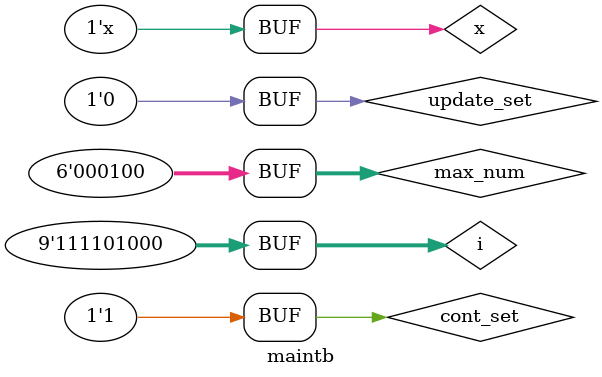
<source format=v>
`timescale 1ns / 1ps

module maintb();
reg [8:0]i;
reg x,cont_set,update_set;
reg [5:0] max_num;       
main main_test(.clk(x), .cont_set(cont_set),.update_set(update_set),.max_num( max_num));

initial begin
    max_num<=6'b000011;
    x<=0;
           
    update_set<=0;
    cont_set<=1;
    #10
    update_set<=1;
    for (i=0;i<1000;i=i+1) begin
            #2 x<=~x;
            if (i==20) begin
                update_set<=0;
                max_num<=6'b000100;
            end
            if (i==50)
                update_set<=1;
            if (i==60)
                update_set<=0;
    end 
end
endmodule
//`timescale 1ns / 1ps
//module maintb();
//reg [8:0]i;
//reg x,cont_set,update_set;
//reg [5:0] max_num;       
//main main_test(.clk(x), .cont_set(cont_set),.update_set(update_set),.max_num( max_num));

//initial begin
//    max_num<=6'b000011;
//    x<=0;
//    update_set<=0;
//    cont_set<=1;
//    #10
//    update_set<=1;
//    for (i=0;i<1000;i=i+1) begin
//            #2 x<=~x;
//    end
//end
//endmodule

</source>
